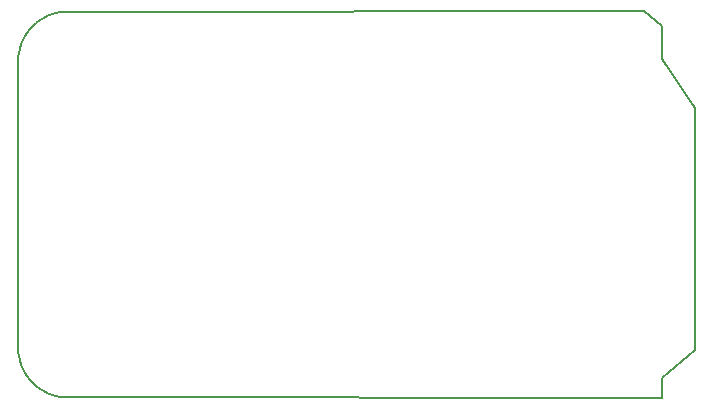
<source format=gbr>
G04 #@! TF.GenerationSoftware,KiCad,Pcbnew,(5.0.0)*
G04 #@! TF.CreationDate,2018-09-10T18:50:31-05:00*
G04 #@! TF.ProjectId,mini-attinyuino,6D696E692D617474696E7975696E6F2E,1.0*
G04 #@! TF.SameCoordinates,Original*
G04 #@! TF.FileFunction,Profile,NP*
%FSLAX46Y46*%
G04 Gerber Fmt 4.6, Leading zero omitted, Abs format (unit mm)*
G04 Created by KiCad (PCBNEW (5.0.0)) date 09/10/18 18:50:31*
%MOMM*%
%LPD*%
G01*
G04 APERTURE LIST*
%ADD10C,0.200000*%
G04 APERTURE END LIST*
D10*
X92915709Y-85735879D02*
X93028512Y-85378114D01*
X147250190Y-83838801D02*
X145766690Y-82548801D01*
X93345281Y-84698801D02*
X93546836Y-84382422D01*
X92785553Y-86474031D02*
X92834517Y-86102114D01*
X150045190Y-90729551D02*
X147250190Y-86644551D01*
X147250190Y-115314801D02*
X147250190Y-113594801D01*
X93546836Y-113481180D02*
X93775199Y-113778788D01*
X94028631Y-83808242D02*
X94305203Y-83554810D01*
X92769190Y-86848801D02*
X92769190Y-111014801D01*
X94305203Y-83554810D02*
X94602811Y-83326447D01*
X93345281Y-113164801D02*
X93546836Y-113481180D01*
X94602811Y-83326447D02*
X94919190Y-83124892D01*
X93028512Y-85378114D02*
X93172067Y-85031542D01*
X145766690Y-82548801D02*
X96322503Y-82614128D01*
X92834517Y-111761488D02*
X92915709Y-112127723D01*
X92834517Y-86102114D02*
X92915709Y-85735879D01*
X93028512Y-112485488D02*
X93172067Y-112832060D01*
X95956268Y-82695320D02*
X96322503Y-82614128D01*
X94919190Y-114738710D02*
X95251931Y-114911924D01*
X92769190Y-111014801D02*
X92785553Y-111389571D01*
X150045190Y-111219051D02*
X150045190Y-90729551D01*
X94919190Y-83124892D02*
X95251931Y-82951678D01*
X93172067Y-85031542D02*
X93345281Y-84698801D01*
X92769190Y-86848801D02*
X92785553Y-86474031D01*
X147250190Y-113594801D02*
X150045190Y-111219051D01*
X93775199Y-113778788D02*
X94028631Y-114055360D01*
X147250190Y-86644551D02*
X147250190Y-83838801D01*
X93775199Y-84084814D02*
X94028631Y-83808242D01*
X95598503Y-115055479D02*
X95956268Y-115168282D01*
X95598503Y-82808123D02*
X95956268Y-82695320D01*
X94602811Y-114537155D02*
X94919190Y-114738710D01*
X94028631Y-114055360D02*
X94305203Y-114308792D01*
X92915709Y-112127723D02*
X93028512Y-112485488D01*
X95956268Y-115168282D02*
X96322503Y-115249474D01*
X95251931Y-114911924D02*
X95598503Y-115055479D01*
X147250190Y-115314801D02*
X96322503Y-115249474D01*
X94305203Y-114308792D02*
X94602811Y-114537155D01*
X92785553Y-111389571D02*
X92834517Y-111761488D01*
X93172067Y-112832060D02*
X93345281Y-113164801D01*
X93546836Y-84382422D02*
X93775199Y-84084814D01*
X95251931Y-82951678D02*
X95598503Y-82808123D01*
M02*

</source>
